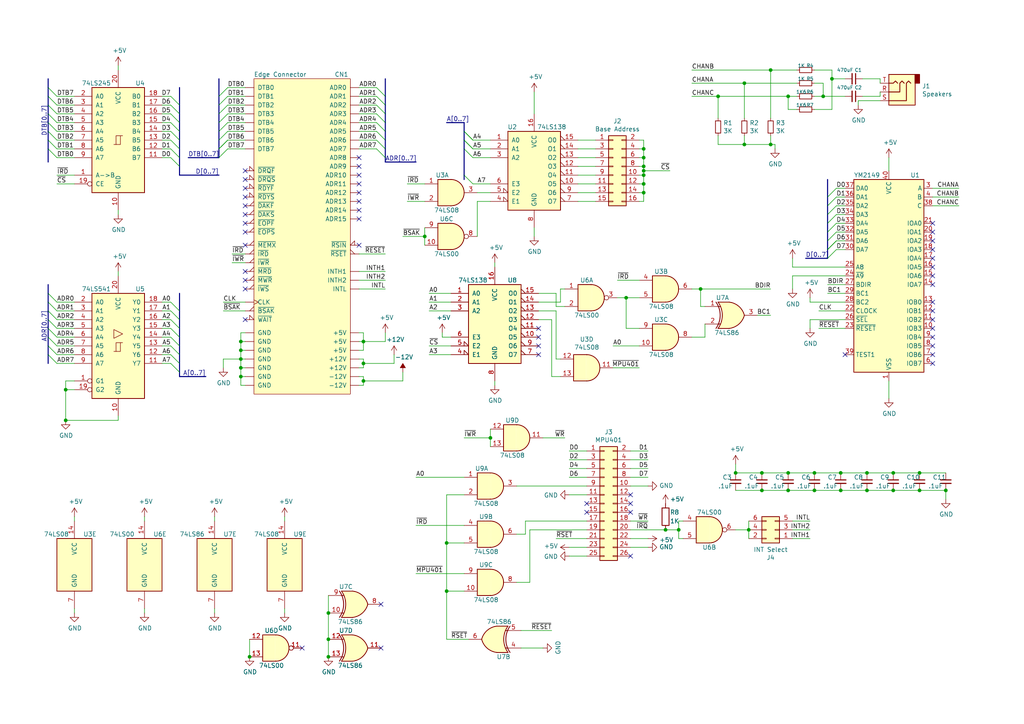
<source format=kicad_sch>
(kicad_sch (version 20211123) (generator eeschema)
  (paper "A4")
  (title_block (title "Epson QX-10 YM2149 Sound Card") (date "2021-03-07") (rev "1.0"))
  (junction (at 220.98 142.24))
  (junction (at 105.41 105.41))
  (junction (at 266.7 137.16))
  (junction (at 208.28 27.94))
  (junction (at 129.54 157.48))
  (junction (at 228.6 137.16))
  (junction (at 223.52 20.32))
  (junction (at 72.39 190.5))
  (junction (at 95.25 185.42))
  (junction (at 238.76 27.94))
  (junction (at 186.69 53.34))
  (junction (at 236.22 142.24))
  (junction (at 241.3 22.86))
  (junction (at 186.69 49.53))
  (junction (at 243.84 137.16))
  (junction (at 236.22 137.16))
  (junction (at 123.19 68.58))
  (junction (at 69.85 101.6))
  (junction (at 220.98 137.16))
  (junction (at 251.46 137.16))
  (junction (at 196.85 153.67))
  (junction (at 223.52 41.91))
  (junction (at 186.69 43.18))
  (junction (at 259.08 137.16))
  (junction (at 105.41 99.06))
  (junction (at 193.04 153.67))
  (junction (at 186.69 55.88))
  (junction (at 251.46 142.24))
  (junction (at 266.7 142.24))
  (junction (at 274.32 142.24))
  (junction (at 19.05 121.92))
  (junction (at 129.54 171.45))
  (junction (at 105.41 110.49))
  (junction (at 228.6 142.24))
  (junction (at 213.36 137.16))
  (junction (at 259.08 142.24))
  (junction (at 215.9 24.13))
  (junction (at 217.17 153.67))
  (junction (at 186.69 45.72))
  (junction (at 228.6 27.94))
  (junction (at 19.05 113.03))
  (junction (at 69.85 104.14))
  (junction (at 69.85 109.22))
  (junction (at 203.2 83.82))
  (junction (at 186.69 48.26))
  (junction (at 215.9 41.91))
  (junction (at 186.69 50.8))
  (junction (at 69.85 106.68))
  (junction (at 95.25 177.8))
  (junction (at 95.25 190.5))
  (junction (at 69.85 99.06))
  (junction (at 142.24 127))
  (junction (at 181.61 86.36))
  (junction (at 243.84 142.24))
  (no_connect (at 104.14 45.72))
  (no_connect (at 270.51 72.39))
  (no_connect (at 104.14 58.42))
  (no_connect (at 156.21 100.33))
  (no_connect (at 182.88 161.29))
  (no_connect (at 270.51 67.31))
  (no_connect (at 104.14 53.34))
  (no_connect (at 270.51 77.47))
  (no_connect (at 71.12 49.53))
  (no_connect (at 182.88 148.59))
  (no_connect (at 87.63 187.96))
  (no_connect (at 71.12 59.69))
  (no_connect (at 270.51 69.85))
  (no_connect (at 270.51 90.17))
  (no_connect (at 270.51 105.41))
  (no_connect (at 71.12 81.28))
  (no_connect (at 71.12 62.23))
  (no_connect (at 71.12 54.61))
  (no_connect (at 110.49 187.96))
  (no_connect (at 270.51 100.33))
  (no_connect (at 104.14 60.96))
  (no_connect (at 110.49 175.26))
  (no_connect (at 71.12 78.74))
  (no_connect (at 104.14 50.8))
  (no_connect (at 182.88 146.05))
  (no_connect (at 270.51 92.71))
  (no_connect (at 71.12 52.07))
  (no_connect (at 156.21 97.79))
  (no_connect (at 270.51 95.25))
  (no_connect (at 71.12 71.12))
  (no_connect (at 156.21 102.87))
  (no_connect (at 270.51 87.63))
  (no_connect (at 270.51 64.77))
  (no_connect (at 71.12 57.15))
  (no_connect (at 104.14 48.26))
  (no_connect (at 170.18 148.59))
  (no_connect (at 104.14 63.5))
  (no_connect (at 270.51 102.87))
  (no_connect (at 104.14 71.12))
  (no_connect (at 104.14 55.88))
  (no_connect (at 245.11 102.87))
  (no_connect (at 71.12 64.77))
  (no_connect (at 170.18 146.05))
  (no_connect (at 71.12 83.82))
  (no_connect (at 270.51 97.79))
  (no_connect (at 71.12 67.31))
  (no_connect (at 71.12 92.71))
  (no_connect (at 270.51 74.93))
  (no_connect (at 156.21 95.25))
  (no_connect (at 270.51 82.55))
  (no_connect (at 182.88 143.51))
  (no_connect (at 270.51 80.01))
  (bus_entry (at 13.97 38.1) (size 2.54 2.54))
  (bus_entry (at 13.97 97.79) (size 2.54 2.54))
  (bus_entry (at 49.53 92.71) (size 2.54 2.54))
  (bus_entry (at 49.53 90.17) (size 2.54 2.54))
  (bus_entry (at 240.03 59.69) (size 2.54 -2.54))
  (bus_entry (at 49.53 27.94) (size 2.54 2.54))
  (bus_entry (at 13.97 90.17) (size 2.54 2.54))
  (bus_entry (at 49.53 33.02) (size 2.54 2.54))
  (bus_entry (at 109.22 38.1) (size 2.54 2.54))
  (bus_entry (at 49.53 35.56) (size 2.54 2.54))
  (bus_entry (at 109.22 35.56) (size 2.54 2.54))
  (bus_entry (at 134.62 38.1) (size 2.54 2.54))
  (bus_entry (at 13.97 27.94) (size 2.54 2.54))
  (bus_entry (at 13.97 95.25) (size 2.54 2.54))
  (bus_entry (at 240.03 72.39) (size 2.54 -2.54))
  (bus_entry (at 240.03 64.77) (size 2.54 -2.54))
  (bus_entry (at 63.5 27.94) (size 2.54 -2.54))
  (bus_entry (at 13.97 100.33) (size 2.54 2.54))
  (bus_entry (at 63.5 35.56) (size 2.54 -2.54))
  (bus_entry (at 49.53 43.18) (size 2.54 2.54))
  (bus_entry (at 49.53 45.72) (size 2.54 2.54))
  (bus_entry (at 63.5 43.18) (size 2.54 -2.54))
  (bus_entry (at 13.97 43.18) (size 2.54 2.54))
  (bus_entry (at 49.53 102.87) (size 2.54 2.54))
  (bus_entry (at 63.5 40.64) (size 2.54 -2.54))
  (bus_entry (at 49.53 30.48) (size 2.54 2.54))
  (bus_entry (at 134.62 43.18) (size 2.54 2.54))
  (bus_entry (at 13.97 40.64) (size 2.54 2.54))
  (bus_entry (at 240.03 67.31) (size 2.54 -2.54))
  (bus_entry (at 63.5 38.1) (size 2.54 -2.54))
  (bus_entry (at 13.97 33.02) (size 2.54 2.54))
  (bus_entry (at 63.5 33.02) (size 2.54 -2.54))
  (bus_entry (at 49.53 100.33) (size 2.54 2.54))
  (bus_entry (at 63.5 30.48) (size 2.54 -2.54))
  (bus_entry (at 240.03 74.93) (size 2.54 -2.54))
  (bus_entry (at 13.97 92.71) (size 2.54 2.54))
  (bus_entry (at 49.53 40.64) (size 2.54 2.54))
  (bus_entry (at 13.97 35.56) (size 2.54 2.54))
  (bus_entry (at 49.53 105.41) (size 2.54 2.54))
  (bus_entry (at 134.62 38.1) (size 2.54 2.54))
  (bus_entry (at 134.62 40.64) (size 2.54 2.54))
  (bus_entry (at 63.5 43.18) (size 2.54 -2.54))
  (bus_entry (at 63.5 45.72) (size 2.54 -2.54))
  (bus_entry (at 49.53 38.1) (size 2.54 2.54))
  (bus_entry (at 240.03 69.85) (size 2.54 -2.54))
  (bus_entry (at 240.03 72.39) (size 2.54 -2.54))
  (bus_entry (at 109.22 43.18) (size 2.54 2.54))
  (bus_entry (at 134.62 40.64) (size 2.54 2.54))
  (bus_entry (at 13.97 30.48) (size 2.54 2.54))
  (bus_entry (at 13.97 102.87) (size 2.54 2.54))
  (bus_entry (at 109.22 30.48) (size 2.54 2.54))
  (bus_entry (at 134.62 50.8) (size 2.54 2.54))
  (bus_entry (at 240.03 62.23) (size 2.54 -2.54))
  (bus_entry (at 109.22 25.4) (size 2.54 2.54))
  (bus_entry (at 109.22 33.02) (size 2.54 2.54))
  (bus_entry (at 13.97 25.4) (size 2.54 2.54))
  (bus_entry (at 49.53 95.25) (size 2.54 2.54))
  (bus_entry (at 49.53 97.79) (size 2.54 2.54))
  (bus_entry (at 109.22 27.94) (size 2.54 2.54))
  (bus_entry (at 109.22 40.64) (size 2.54 2.54))
  (bus_entry (at 240.03 57.15) (size 2.54 -2.54))
  (bus_entry (at 13.97 87.63) (size 2.54 2.54))
  (bus_entry (at 13.97 85.09) (size 2.54 2.54))
  (bus_entry (at 49.53 87.63) (size 2.54 2.54))
  (wire (pts (xy 105.41 109.22) (xy 105.41 110.49)))
  (wire (pts (xy 66.04 35.56) (xy 71.12 35.56)))
  (bus (pts (xy 52.07 105.41) (xy 52.07 107.95)))
  (wire (pts (xy 21.59 95.25) (xy 16.51 95.25)))
  (wire (pts (xy 245.11 54.61) (xy 242.57 54.61)))
  (bus (pts (xy 13.97 92.71) (xy 13.97 95.25)))
  (wire (pts (xy 229.87 153.67) (xy 234.95 153.67)))
  (wire (pts (xy 186.69 45.72) (xy 186.69 48.26)))
  (wire (pts (xy 219.71 91.44) (xy 223.52 91.44)))
  (wire (pts (xy 69.85 109.22) (xy 71.12 109.22)))
  (wire (pts (xy 229.87 156.21) (xy 234.95 156.21)))
  (wire (pts (xy 250.19 22.86) (xy 255.27 22.86)))
  (wire (pts (xy 116.84 110.49) (xy 116.84 107.95)))
  (wire (pts (xy 228.6 31.75) (xy 231.14 31.75)))
  (wire (pts (xy 66.04 38.1) (xy 71.12 38.1)))
  (wire (pts (xy 156.21 90.17) (xy 161.29 90.17)))
  (bus (pts (xy 129.54 35.56) (xy 134.62 35.56)))
  (bus (pts (xy 52.07 95.25) (xy 52.07 97.79)))
  (wire (pts (xy 62.23 177.8) (xy 62.23 176.53)))
  (wire (pts (xy 185.42 48.26) (xy 186.69 48.26)))
  (wire (pts (xy 193.04 153.67) (xy 196.85 153.67)))
  (wire (pts (xy 105.41 110.49) (xy 116.84 110.49)))
  (wire (pts (xy 66.04 27.94) (xy 71.12 27.94)))
  (bus (pts (xy 13.97 87.63) (xy 13.97 90.17)))
  (wire (pts (xy 46.99 45.72) (xy 49.53 45.72)))
  (wire (pts (xy 46.99 38.1) (xy 49.53 38.1)))
  (wire (pts (xy 177.8 106.68) (xy 185.42 106.68)))
  (wire (pts (xy 172.72 48.26) (xy 167.64 48.26)))
  (bus (pts (xy 52.07 107.95) (xy 52.07 109.22)))
  (wire (pts (xy 104.14 78.74) (xy 111.76 78.74)))
  (wire (pts (xy 46.99 92.71) (xy 49.53 92.71)))
  (wire (pts (xy 186.69 55.88) (xy 186.69 58.42)))
  (wire (pts (xy 213.36 137.16) (xy 220.98 137.16)))
  (wire (pts (xy 21.59 105.41) (xy 16.51 105.41)))
  (wire (pts (xy 185.42 45.72) (xy 186.69 45.72)))
  (wire (pts (xy 41.91 177.8) (xy 41.91 176.53)))
  (wire (pts (xy 142.24 127) (xy 142.24 129.54)))
  (wire (pts (xy 129.54 171.45) (xy 129.54 157.48)))
  (wire (pts (xy 105.41 105.41) (xy 105.41 106.68)))
  (wire (pts (xy 156.21 87.63) (xy 162.56 87.63)))
  (bus (pts (xy 134.62 38.1) (xy 134.62 40.64)))
  (bus (pts (xy 111.76 46.99) (xy 120.65 46.99)))
  (wire (pts (xy 95.25 172.72) (xy 95.25 177.8)))
  (wire (pts (xy 242.57 72.39) (xy 245.11 72.39)))
  (wire (pts (xy 241.3 31.75) (xy 236.22 31.75)))
  (wire (pts (xy 224.79 41.91) (xy 224.79 43.18)))
  (bus (pts (xy 52.07 43.18) (xy 52.07 45.72)))
  (wire (pts (xy 82.55 149.86) (xy 82.55 151.13)))
  (wire (pts (xy 162.56 104.14) (xy 161.29 104.14)))
  (wire (pts (xy 234.95 87.63) (xy 245.11 87.63)))
  (wire (pts (xy 69.85 99.06) (xy 69.85 101.6)))
  (bus (pts (xy 134.62 40.64) (xy 134.62 43.18)))
  (bus (pts (xy 13.97 97.79) (xy 13.97 100.33)))
  (wire (pts (xy 185.42 43.18) (xy 186.69 43.18)))
  (wire (pts (xy 242.57 64.77) (xy 245.11 64.77)))
  (wire (pts (xy 270.51 59.69) (xy 278.13 59.69)))
  (wire (pts (xy 130.81 100.33) (xy 124.46 100.33)))
  (wire (pts (xy 46.99 105.41) (xy 49.53 105.41)))
  (bus (pts (xy 111.76 45.72) (xy 111.76 46.99)))
  (wire (pts (xy 105.41 104.14) (xy 105.41 105.41)))
  (wire (pts (xy 248.92 29.21) (xy 248.92 30.48)))
  (bus (pts (xy 134.62 43.18) (xy 134.62 50.8)))
  (wire (pts (xy 71.12 96.52) (xy 69.85 96.52)))
  (wire (pts (xy 19.05 110.49) (xy 21.59 110.49)))
  (bus (pts (xy 240.03 74.93) (xy 233.68 74.93)))
  (wire (pts (xy 72.39 185.42) (xy 72.39 190.5)))
  (bus (pts (xy 13.97 22.86) (xy 13.97 25.4)))
  (wire (pts (xy 245.11 95.25) (xy 237.49 95.25)))
  (wire (pts (xy 215.9 24.13) (xy 231.14 24.13)))
  (wire (pts (xy 182.88 135.89) (xy 187.96 135.89)))
  (wire (pts (xy 152.4 151.13) (xy 170.18 151.13)))
  (bus (pts (xy 52.07 35.56) (xy 52.07 38.1)))
  (bus (pts (xy 111.76 27.94) (xy 111.76 30.48)))
  (wire (pts (xy 69.85 99.06) (xy 71.12 99.06)))
  (bus (pts (xy 240.03 67.31) (xy 240.03 69.85)))
  (wire (pts (xy 200.66 83.82) (xy 203.2 83.82)))
  (wire (pts (xy 156.21 92.71) (xy 160.02 92.71)))
  (wire (pts (xy 95.25 177.8) (xy 95.25 185.42)))
  (wire (pts (xy 69.85 104.14) (xy 71.12 104.14)))
  (wire (pts (xy 223.52 20.32) (xy 200.66 20.32)))
  (wire (pts (xy 142.24 43.18) (xy 137.16 43.18)))
  (bus (pts (xy 52.07 92.71) (xy 52.07 95.25)))
  (wire (pts (xy 215.9 24.13) (xy 200.66 24.13)))
  (wire (pts (xy 251.46 137.16) (xy 259.08 137.16)))
  (wire (pts (xy 19.05 110.49) (xy 19.05 113.03)))
  (wire (pts (xy 236.22 24.13) (xy 238.76 24.13)))
  (wire (pts (xy 69.85 111.76) (xy 71.12 111.76)))
  (wire (pts (xy 270.51 57.15) (xy 278.13 57.15)))
  (wire (pts (xy 46.99 90.17) (xy 49.53 90.17)))
  (wire (pts (xy 34.29 60.96) (xy 34.29 62.23)))
  (wire (pts (xy 143.51 76.2) (xy 143.51 77.47)))
  (wire (pts (xy 104.14 27.94) (xy 109.22 27.94)))
  (wire (pts (xy 116.84 68.58) (xy 123.19 68.58)))
  (wire (pts (xy 154.94 33.02) (xy 154.94 26.67)))
  (bus (pts (xy 52.07 25.4) (xy 52.07 30.48)))
  (wire (pts (xy 229.87 80.01) (xy 229.87 83.82)))
  (bus (pts (xy 52.07 50.8) (xy 63.5 50.8)))
  (bus (pts (xy 52.07 109.22) (xy 59.69 109.22)))
  (wire (pts (xy 208.28 27.94) (xy 200.66 27.94)))
  (wire (pts (xy 170.18 135.89) (xy 165.1 135.89)))
  (bus (pts (xy 111.76 40.64) (xy 111.76 43.18)))
  (wire (pts (xy 104.14 25.4) (xy 109.22 25.4)))
  (wire (pts (xy 236.22 20.32) (xy 241.3 20.32)))
  (wire (pts (xy 104.14 38.1) (xy 109.22 38.1)))
  (wire (pts (xy 71.12 101.6) (xy 69.85 101.6)))
  (wire (pts (xy 208.28 34.29) (xy 208.28 27.94)))
  (bus (pts (xy 52.07 97.79) (xy 52.07 100.33)))
  (wire (pts (xy 186.69 48.26) (xy 186.69 49.53)))
  (wire (pts (xy 242.57 62.23) (xy 245.11 62.23)))
  (wire (pts (xy 104.14 104.14) (xy 105.41 104.14)))
  (wire (pts (xy 161.29 156.21) (xy 170.18 156.21)))
  (wire (pts (xy 245.11 82.55) (xy 240.03 82.55)))
  (wire (pts (xy 182.88 153.67) (xy 193.04 153.67)))
  (wire (pts (xy 123.19 58.42) (xy 118.11 58.42)))
  (bus (pts (xy 240.03 72.39) (xy 240.03 74.93)))
  (wire (pts (xy 198.12 151.13) (xy 196.85 151.13)))
  (wire (pts (xy 245.11 90.17) (xy 237.49 90.17)))
  (wire (pts (xy 130.81 87.63) (xy 124.46 87.63)))
  (wire (pts (xy 21.59 177.8) (xy 21.59 176.53)))
  (bus (pts (xy 63.5 35.56) (xy 63.5 38.1)))
  (wire (pts (xy 259.08 142.24) (xy 266.7 142.24)))
  (bus (pts (xy 52.07 90.17) (xy 52.07 92.71)))
  (wire (pts (xy 143.51 111.76) (xy 143.51 110.49)))
  (wire (pts (xy 234.95 92.71) (xy 234.95 95.25)))
  (wire (pts (xy 203.2 88.9) (xy 203.2 83.82)))
  (wire (pts (xy 179.07 86.36) (xy 181.61 86.36)))
  (wire (pts (xy 128.27 97.79) (xy 128.27 96.52)))
  (wire (pts (xy 185.42 100.33) (xy 177.8 100.33)))
  (wire (pts (xy 142.24 40.64) (xy 137.16 40.64)))
  (wire (pts (xy 123.19 53.34) (xy 118.11 53.34)))
  (wire (pts (xy 138.43 58.42) (xy 138.43 68.58)))
  (wire (pts (xy 172.72 43.18) (xy 167.64 43.18)))
  (wire (pts (xy 64.77 106.68) (xy 64.77 104.14)))
  (bus (pts (xy 52.07 48.26) (xy 52.07 50.8)))
  (wire (pts (xy 142.24 45.72) (xy 137.16 45.72)))
  (wire (pts (xy 21.59 90.17) (xy 16.51 90.17)))
  (wire (pts (xy 21.59 35.56) (xy 16.51 35.56)))
  (wire (pts (xy 161.29 104.14) (xy 161.29 90.17)))
  (wire (pts (xy 213.36 142.24) (xy 220.98 142.24)))
  (bus (pts (xy 13.97 95.25) (xy 13.97 97.79)))
  (wire (pts (xy 129.54 157.48) (xy 134.62 157.48)))
  (wire (pts (xy 71.12 106.68) (xy 69.85 106.68)))
  (wire (pts (xy 270.51 54.61) (xy 278.13 54.61)))
  (wire (pts (xy 46.99 43.18) (xy 49.53 43.18)))
  (wire (pts (xy 46.99 40.64) (xy 49.53 40.64)))
  (wire (pts (xy 129.54 171.45) (xy 129.54 185.42)))
  (wire (pts (xy 69.85 106.68) (xy 69.85 109.22)))
  (bus (pts (xy 63.5 40.64) (xy 63.5 43.18)))
  (wire (pts (xy 104.14 96.52) (xy 105.41 96.52)))
  (wire (pts (xy 62.23 151.13) (xy 62.23 149.86)))
  (wire (pts (xy 182.88 140.97) (xy 187.96 140.97)))
  (wire (pts (xy 105.41 111.76) (xy 104.14 111.76)))
  (wire (pts (xy 208.28 41.91) (xy 215.9 41.91)))
  (bus (pts (xy 111.76 38.1) (xy 111.76 40.64)))
  (wire (pts (xy 241.3 20.32) (xy 241.3 22.86)))
  (wire (pts (xy 130.81 102.87) (xy 124.46 102.87)))
  (wire (pts (xy 152.4 151.13) (xy 152.4 154.94)))
  (wire (pts (xy 229.87 77.47) (xy 245.11 77.47)))
  (wire (pts (xy 66.04 40.64) (xy 71.12 40.64)))
  (bus (pts (xy 134.62 50.8) (xy 134.62 52.07)))
  (wire (pts (xy 228.6 137.16) (xy 220.98 137.16)))
  (bus (pts (xy 13.97 27.94) (xy 13.97 30.48)))
  (wire (pts (xy 217.17 151.13) (xy 217.17 153.67)))
  (wire (pts (xy 182.88 158.75) (xy 187.96 158.75)))
  (bus (pts (xy 52.07 40.64) (xy 52.07 43.18)))
  (bus (pts (xy 111.76 22.86) (xy 111.76 27.94)))
  (wire (pts (xy 123.19 68.58) (xy 123.19 71.12)))
  (bus (pts (xy 52.07 33.02) (xy 52.07 35.56)))
  (wire (pts (xy 172.72 53.34) (xy 167.64 53.34)))
  (bus (pts (xy 13.97 100.33) (xy 13.97 102.87)))
  (bus (pts (xy 63.5 27.94) (xy 63.5 30.48)))
  (wire (pts (xy 182.88 151.13) (xy 187.96 151.13)))
  (wire (pts (xy 266.7 137.16) (xy 274.32 137.16)))
  (wire (pts (xy 41.91 151.13) (xy 41.91 149.86)))
  (wire (pts (xy 104.14 99.06) (xy 105.41 99.06)))
  (wire (pts (xy 196.85 151.13) (xy 196.85 153.67)))
  (bus (pts (xy 63.5 30.48) (xy 63.5 33.02)))
  (wire (pts (xy 21.59 87.63) (xy 16.51 87.63)))
  (wire (pts (xy 66.04 30.48) (xy 71.12 30.48)))
  (wire (pts (xy 170.18 143.51) (xy 165.1 143.51)))
  (wire (pts (xy 105.41 99.06) (xy 105.41 101.6)))
  (wire (pts (xy 274.32 142.24) (xy 274.32 144.78)))
  (wire (pts (xy 236.22 137.16) (xy 243.84 137.16)))
  (wire (pts (xy 181.61 86.36) (xy 185.42 86.36)))
  (wire (pts (xy 130.81 85.09) (xy 124.46 85.09)))
  (wire (pts (xy 228.6 137.16) (xy 236.22 137.16)))
  (wire (pts (xy 228.6 142.24) (xy 236.22 142.24)))
  (wire (pts (xy 46.99 87.63) (xy 49.53 87.63)))
  (wire (pts (xy 46.99 35.56) (xy 49.53 35.56)))
  (wire (pts (xy 243.84 142.24) (xy 251.46 142.24)))
  (bus (pts (xy 13.97 90.17) (xy 13.97 92.71)))
  (wire (pts (xy 186.69 50.8) (xy 186.69 53.34)))
  (wire (pts (xy 34.29 120.65) (xy 34.29 121.92)))
  (bus (pts (xy 63.5 38.1) (xy 63.5 40.64)))
  (wire (pts (xy 104.14 35.56) (xy 109.22 35.56)))
  (wire (pts (xy 186.69 53.34) (xy 186.69 55.88)))
  (wire (pts (xy 66.04 33.02) (xy 71.12 33.02)))
  (wire (pts (xy 21.59 43.18) (xy 16.51 43.18)))
  (wire (pts (xy 120.65 166.37) (xy 134.62 166.37)))
  (wire (pts (xy 21.59 27.94) (xy 16.51 27.94)))
  (wire (pts (xy 182.88 138.43) (xy 187.96 138.43)))
  (wire (pts (xy 123.19 66.04) (xy 123.19 68.58)))
  (bus (pts (xy 111.76 33.02) (xy 111.76 35.56)))
  (wire (pts (xy 223.52 41.91) (xy 223.52 39.37)))
  (wire (pts (xy 69.85 104.14) (xy 64.77 104.14)))
  (bus (pts (xy 63.5 43.18) (xy 63.5 45.72)))
  (wire (pts (xy 170.18 161.29) (xy 165.1 161.29)))
  (wire (pts (xy 134.62 143.51) (xy 129.54 143.51)))
  (bus (pts (xy 52.07 102.87) (xy 52.07 105.41)))
  (wire (pts (xy 130.81 97.79) (xy 128.27 97.79)))
  (wire (pts (xy 241.3 22.86) (xy 241.3 31.75)))
  (wire (pts (xy 229.87 151.13) (xy 234.95 151.13)))
  (bus (pts (xy 13.97 40.64) (xy 13.97 43.18)))
  (wire (pts (xy 160.02 109.22) (xy 162.56 109.22)))
  (wire (pts (xy 21.59 92.71) (xy 16.51 92.71)))
  (wire (pts (xy 208.28 39.37) (xy 208.28 41.91)))
  (wire (pts (xy 21.59 149.86) (xy 21.59 151.13)))
  (wire (pts (xy 186.69 49.53) (xy 186.69 50.8)))
  (wire (pts (xy 71.12 76.2) (xy 67.31 76.2)))
  (bus (pts (xy 13.97 33.02) (xy 13.97 35.56)))
  (wire (pts (xy 46.99 100.33) (xy 49.53 100.33)))
  (wire (pts (xy 46.99 30.48) (xy 49.53 30.48)))
  (wire (pts (xy 105.41 110.49) (xy 105.41 111.76)))
  (wire (pts (xy 46.99 33.02) (xy 49.53 33.02)))
  (wire (pts (xy 21.59 100.33) (xy 16.51 100.33)))
  (wire (pts (xy 111.76 99.06) (xy 111.76 96.52)))
  (wire (pts (xy 234.95 86.36) (xy 234.95 87.63)))
  (wire (pts (xy 21.59 30.48) (xy 16.51 30.48)))
  (wire (pts (xy 242.57 59.69) (xy 245.11 59.69)))
  (wire (pts (xy 204.47 97.79) (xy 200.66 97.79)))
  (wire (pts (xy 161.29 88.9) (xy 161.29 85.09)))
  (wire (pts (xy 156.21 85.09) (xy 161.29 85.09)))
  (wire (pts (xy 105.41 106.68) (xy 104.14 106.68)))
  (bus (pts (xy 240.03 64.77) (xy 240.03 67.31)))
  (wire (pts (xy 69.85 101.6) (xy 69.85 104.14)))
  (wire (pts (xy 208.28 27.94) (xy 228.6 27.94)))
  (wire (pts (xy 66.04 25.4) (xy 71.12 25.4)))
  (wire (pts (xy 163.83 88.9) (xy 161.29 88.9)))
  (wire (pts (xy 167.64 55.88) (xy 172.72 55.88)))
  (wire (pts (xy 236.22 142.24) (xy 243.84 142.24)))
  (wire (pts (xy 154.94 68.58) (xy 154.94 66.04)))
  (wire (pts (xy 21.59 102.87) (xy 16.51 102.87)))
  (wire (pts (xy 185.42 53.34) (xy 186.69 53.34)))
  (wire (pts (xy 186.69 55.88) (xy 185.42 55.88)))
  (wire (pts (xy 105.41 96.52) (xy 105.41 99.06)))
  (wire (pts (xy 167.64 40.64) (xy 172.72 40.64)))
  (wire (pts (xy 71.12 90.17) (xy 64.77 90.17)))
  (wire (pts (xy 255.27 29.21) (xy 248.92 29.21)))
  (wire (pts (xy 149.86 140.97) (xy 170.18 140.97)))
  (bus (pts (xy 240.03 52.07) (xy 240.03 57.15)))
  (wire (pts (xy 95.25 185.42) (xy 95.25 190.5)))
  (wire (pts (xy 71.12 87.63) (xy 64.77 87.63)))
  (wire (pts (xy 257.81 49.53) (xy 257.81 45.72)))
  (wire (pts (xy 104.14 33.02) (xy 109.22 33.02)))
  (wire (pts (xy 182.88 156.21) (xy 187.96 156.21)))
  (wire (pts (xy 242.57 67.31) (xy 245.11 67.31)))
  (bus (pts (xy 134.62 35.56) (xy 134.62 38.1)))
  (wire (pts (xy 82.55 177.8) (xy 82.55 176.53)))
  (wire (pts (xy 105.41 105.41) (xy 114.3 105.41)))
  (wire (pts (xy 46.99 97.79) (xy 49.53 97.79)))
  (wire (pts (xy 170.18 138.43) (xy 165.1 138.43)))
  (wire (pts (xy 142.24 53.34) (xy 137.16 53.34)))
  (bus (pts (xy 52.07 30.48) (xy 52.07 33.02)))
  (wire (pts (xy 220.98 142.24) (xy 228.6 142.24)))
  (wire (pts (xy 186.69 58.42) (xy 185.42 58.42)))
  (wire (pts (xy 104.14 109.22) (xy 105.41 109.22)))
  (wire (pts (xy 215.9 41.91) (xy 223.52 41.91)))
  (wire (pts (xy 142.24 124.46) (xy 142.24 127)))
  (wire (pts (xy 181.61 95.25) (xy 185.42 95.25)))
  (bus (pts (xy 240.03 69.85) (xy 240.03 72.39)))
  (bus (pts (xy 240.03 59.69) (xy 240.03 62.23)))
  (bus (pts (xy 111.76 43.18) (xy 111.76 45.72)))
  (wire (pts (xy 153.67 153.67) (xy 153.67 168.91)))
  (wire (pts (xy 160.02 92.71) (xy 160.02 109.22)))
  (wire (pts (xy 46.99 102.87) (xy 49.53 102.87)))
  (bus (pts (xy 13.97 35.56) (xy 13.97 38.1)))
  (bus (pts (xy 52.07 100.33) (xy 52.07 102.87)))
  (wire (pts (xy 157.48 127) (xy 163.83 127)))
  (wire (pts (xy 245.11 57.15) (xy 242.57 57.15)))
  (wire (pts (xy 104.14 43.18) (xy 109.22 43.18)))
  (wire (pts (xy 104.14 83.82) (xy 111.76 83.82)))
  (wire (pts (xy 114.3 105.41) (xy 114.3 102.87)))
  (bus (pts (xy 52.07 38.1) (xy 52.07 40.64)))
  (wire (pts (xy 157.48 187.96) (xy 151.13 187.96)))
  (bus (pts (xy 13.97 30.48) (xy 13.97 33.02)))
  (wire (pts (xy 170.18 130.81) (xy 165.1 130.81)))
  (wire (pts (xy 69.85 109.22) (xy 69.85 111.76)))
  (wire (pts (xy 223.52 41.91) (xy 224.79 41.91)))
  (wire (pts (xy 196.85 156.21) (xy 198.12 156.21)))
  (wire (pts (xy 170.18 158.75) (xy 165.1 158.75)))
  (wire (pts (xy 228.6 27.94) (xy 231.14 27.94)))
  (wire (pts (xy 104.14 30.48) (xy 109.22 30.48)))
  (wire (pts (xy 181.61 86.36) (xy 181.61 95.25)))
  (wire (pts (xy 162.56 83.82) (xy 163.83 83.82)))
  (wire (pts (xy 104.14 81.28) (xy 111.76 81.28)))
  (wire (pts (xy 186.69 40.64) (xy 186.69 43.18)))
  (wire (pts (xy 204.47 93.98) (xy 204.47 97.79)))
  (wire (pts (xy 21.59 113.03) (xy 19.05 113.03)))
  (wire (pts (xy 151.13 182.88) (xy 160.02 182.88)))
  (wire (pts (xy 105.41 101.6) (xy 104.14 101.6)))
  (wire (pts (xy 186.69 43.18) (xy 186.69 45.72)))
  (wire (pts (xy 182.88 130.81) (xy 187.96 130.81)))
  (wire (pts (xy 153.67 153.67) (xy 170.18 153.67)))
  (wire (pts (xy 215.9 41.91) (xy 215.9 39.37)))
  (wire (pts (xy 142.24 58.42) (xy 138.43 58.42)))
  (wire (pts (xy 162.56 87.63) (xy 162.56 83.82)))
  (bus (pts (xy 111.76 30.48) (xy 111.76 33.02)))
  (wire (pts (xy 255.27 22.86) (xy 255.27 24.13)))
  (wire (pts (xy 203.2 83.82) (xy 223.52 83.82)))
  (wire (pts (xy 215.9 34.29) (xy 215.9 24.13)))
  (wire (pts (xy 69.85 96.52) (xy 69.85 99.06)))
  (wire (pts (xy 223.52 34.29) (xy 223.52 20.32)))
  (bus (pts (xy 52.07 45.72) (xy 52.07 48.26)))
  (bus (pts (xy 54.61 45.72) (xy 63.5 45.72)))
  (wire (pts (xy 172.72 58.42) (xy 167.64 58.42)))
  (wire (pts (xy 228.6 27.94) (xy 228.6 31.75)))
  (wire (pts (xy 167.64 50.8) (xy 172.72 50.8)))
  (wire (pts (xy 21.59 53.34) (xy 16.51 53.34)))
  (wire (pts (xy 21.59 40.64) (xy 16.51 40.64)))
  (wire (pts (xy 46.99 95.25) (xy 49.53 95.25)))
  (wire (pts (xy 34.29 121.92) (xy 19.05 121.92)))
  (wire (pts (xy 245.11 85.09) (xy 240.03 85.09)))
  (wire (pts (xy 104.14 73.66) (xy 111.76 73.66)))
  (wire (pts (xy 170.18 133.35) (xy 165.1 133.35)))
  (bus (pts (xy 13.97 25.4) (xy 13.97 27.94)))
  (wire (pts (xy 120.65 138.43) (xy 134.62 138.43)))
  (wire (pts (xy 242.57 69.85) (xy 245.11 69.85)))
  (wire (pts (xy 245.11 22.86) (xy 241.3 22.86)))
  (wire (pts (xy 257.81 110.49) (xy 257.81 115.57)))
  (wire (pts (xy 19.05 113.03) (xy 19.05 121.92)))
  (bus (pts (xy 13.97 82.55) (xy 13.97 85.09)))
  (wire (pts (xy 217.17 153.67) (xy 217.17 156.21)))
  (wire (pts (xy 185.42 81.28) (xy 179.07 81.28)))
  (wire (pts (xy 34.29 20.32) (xy 34.29 19.05)))
  (wire (pts (xy 135.89 185.42) (xy 129.54 185.42)))
  (bus (pts (xy 240.03 57.15) (xy 240.03 59.69)))
  (bus (pts (xy 13.97 43.18) (xy 13.97 46.99)))
  (wire (pts (xy 104.14 40.64) (xy 109.22 40.64)))
  (wire (pts (xy 134.62 171.45) (xy 129.54 171.45)))
  (wire (pts (xy 213.36 153.67) (xy 217.17 153.67)))
  (wire (pts (xy 152.4 154.94) (xy 149.86 154.94)))
  (bus (pts (xy 111.76 35.56) (xy 111.76 38.1)))
  (wire (pts (xy 185.42 50.8) (xy 186.69 50.8)))
  (wire (pts (xy 245.11 92.71) (xy 234.95 92.71)))
  (bus (pts (xy 13.97 85.09) (xy 13.97 87.63)))
  (wire (pts (xy 238.76 24.13) (xy 238.76 27.94)))
  (wire (pts (xy 21.59 33.02) (xy 16.51 33.02)))
  (wire (pts (xy 21.59 38.1) (xy 16.51 38.1)))
  (wire (pts (xy 34.29 80.01) (xy 34.29 78.74)))
  (wire (pts (xy 66.04 43.18) (xy 71.12 43.18)))
  (wire (pts (xy 245.11 80.01) (xy 229.87 80.01)))
  (wire (pts (xy 21.59 97.79) (xy 16.51 97.79)))
  (wire (pts (xy 138.43 55.88) (xy 142.24 55.88)))
  (wire (pts (xy 167.64 45.72) (xy 172.72 45.72)))
  (wire (pts (xy 250.19 27.94) (xy 255.27 27.94)))
  (wire (pts (xy 251.46 142.24) (xy 259.08 142.24)))
  (wire (pts (xy 196.85 153.67) (xy 196.85 156.21)))
  (bus (pts (xy 52.07 85.09) (xy 52.07 90.17)))
  (bus (pts (xy 13.97 38.1) (xy 13.97 40.64)))
  (bus (pts (xy 240.03 62.23) (xy 240.03 64.77)))
  (wire (pts (xy 105.41 99.06) (xy 111.76 99.06)))
  (wire (pts (xy 120.65 152.4) (xy 134.62 152.4)))
  (wire (pts (xy 243.84 137.16) (xy 251.46 137.16)))
  (bus (pts (xy 63.5 22.86) (xy 63.5 27.94)))
  (wire (pts (xy 204.47 88.9) (xy 203.2 88.9)))
  (wire (pts (xy 21.59 45.72) (xy 16.51 45.72)))
  (wire (pts (xy 238.76 27.94) (xy 245.11 27.94)))
  (wire (pts (xy 46.99 27.94) (xy 49.53 27.94)))
  (wire (pts (xy 69.85 104.14) (xy 69.85 106.68)))
  (wire (pts (xy 21.59 50.8) (xy 16.51 50.8)))
  (wire (pts (xy 255.27 27.94) (xy 255.27 26.67)))
  (wire (pts (xy 274.32 142.24) (xy 266.7 142.24)))
  (wire (pts (xy 130.81 90.17) (xy 124.46 90.17)))
  (wire (pts (xy 186.69 49.53) (xy 194.31 49.53)))
  (bus (pts (xy 63.5 33.02) (xy 63.5 35.56)))
  (bus (pts (xy 13.97 102.87) (xy 13.97 105.41)))
  (wire (pts (xy 71.12 73.66) (xy 67.31 73.66)))
  (wire (pts (xy 238.76 27.94) (xy 236.22 27.94)))
  (wire (pts (xy 134.62 127) (xy 142.24 127)))
  (wire (pts (xy 185.42 40.64) (xy 186.69 40.64)))
  (wire (pts (xy 259.08 137.16) (xy 266.7 137.16)))
  (wire (pts (xy 229.87 77.47) (xy 229.87 74.93)))
  (wire (pts (xy 213.36 137.16) (xy 213.36 134.62)))
  (wire (pts (xy 223.52 20.32) (xy 231.14 20.32)))
  (wire (pts (xy 129.54 143.51) (xy 129.54 157.48)))
  (wire (pts (xy 182.88 133.35) (xy 187.96 133.35)))
  (wire (pts (xy 153.67 168.91) (xy 149.86 168.91)))
  (label "~{WR}" (at 163.83 127 180))
  (label "D6" (at 165.1 138.43 0))
  (label "D0" (at 242.57 54.61 0))
  (label "~{IWR}" (at 134.62 127 0))
  (label "A2" (at 49.53 92.71 180))
  (label "A1" (at 124.46 87.63 0))
  (label "DTB3" (at 16.51 38.1 0))
  (label "A0" (at 124.46 85.09 0))
  (label "~{WR}" (at 187.96 151.13 180))
  (label "ADR5" (at 109.22 38.1 180))
  (label "BC1" (at 223.52 91.44 180))
  (label "DTB3" (at 66.04 33.02 0))
  (label "~{IWR}" (at 67.31 76.2 0))
  (label "INTH2" (at 234.95 153.67 180))
  (label "ADR[0..7]" (at 13.97 99.06 90))
  (label "D4" (at 165.1 135.89 0))
  (label "ADR3" (at 16.51 95.25 0))
  (label "D[0..7]" (at 63.5 50.8 180))
  (label "INTL" (at 111.76 83.82 180))
  (label "BDIR" (at 240.03 82.55 0))
  (label "~{IRD}" (at 179.07 81.28 0))
  (label "~{IWR}" (at 118.11 58.42 0))
  (label "CLK" (at 237.49 90.17 0))
  (label "D0" (at 165.1 130.81 0))
  (label "~{IRD}" (at 120.65 152.4 0))
  (label "INTH2" (at 111.76 81.28 180))
  (label "D4" (at 49.53 35.56 180))
  (label "D2" (at 49.53 40.64 180))
  (label "DTB2" (at 66.04 30.48 0))
  (label "D3" (at 187.96 133.35 180))
  (label "D5" (at 49.53 33.02 180))
  (label "A7" (at 49.53 105.41 180))
  (label "A[0..7]" (at 59.69 109.22 180))
  (label "D6" (at 242.57 69.85 0))
  (label "DTB6" (at 66.04 40.64 0))
  (label "DTB6" (at 16.51 30.48 0))
  (label "CHANC" (at 200.66 27.94 0))
  (label "CHANB" (at 200.66 20.32 0))
  (label "A5" (at 49.53 100.33 180))
  (label "A3" (at 49.53 95.25 180))
  (label "DTB7" (at 16.51 27.94 0))
  (label "DTB1" (at 16.51 43.18 0))
  (label "D2" (at 242.57 59.69 0))
  (label "A4" (at 137.16 40.64 0))
  (label "DTB5" (at 66.04 38.1 0))
  (label "ADR1" (at 109.22 27.94 180))
  (label "~{MPU401}" (at 185.42 106.68 180))
  (label "ADR6" (at 16.51 102.87 0))
  (label "D0" (at 49.53 45.72 180))
  (label "A5" (at 137.16 43.18 0))
  (label "A7" (at 138.43 53.34 0))
  (label "ADR1" (at 16.51 90.17 0))
  (label "A6" (at 137.16 45.72 0))
  (label "DTB0" (at 66.04 25.4 0))
  (label "A0" (at 49.53 87.63 180))
  (label "~{CS}" (at 194.31 49.53 180))
  (label "ADR0" (at 109.22 25.4 180))
  (label "A3" (at 124.46 102.87 0))
  (label "DTB5" (at 16.51 33.02 0))
  (label "INTH1" (at 111.76 78.74 180))
  (label "DTB1" (at 66.04 27.94 0))
  (label "D4" (at 242.57 64.77 0))
  (label "~{BSAK}" (at 64.77 90.17 0))
  (label "D1" (at 49.53 43.18 180))
  (label "D1" (at 242.57 57.15 0))
  (label "D7" (at 242.57 72.39 0))
  (label "DTB4" (at 66.04 35.56 0))
  (label "A0" (at 177.8 100.33 0))
  (label "INTH1" (at 234.95 156.21 180))
  (label "~{RSET}" (at 161.29 156.21 0))
  (label "~{IRD}" (at 118.11 53.34 0))
  (label "~{CS}" (at 16.51 53.34 0))
  (label "D1" (at 187.96 130.81 180))
  (label "BC1" (at 240.03 85.09 0))
  (label "ADR5" (at 16.51 100.33 0))
  (label "~{IRQ}" (at 187.96 153.67 180))
  (label "ADR2" (at 16.51 92.71 0))
  (label "A[0..7]" (at 129.54 35.56 0))
  (label "~{CS}" (at 124.46 100.33 0))
  (label "~{BSAK}" (at 116.84 68.58 0))
  (label "A2" (at 124.46 90.17 0))
  (label "ADR2" (at 109.22 30.48 180))
  (label "D7" (at 49.53 27.94 180))
  (label "CLK" (at 64.77 87.63 0))
  (label "~{MPU401}" (at 120.65 166.37 0))
  (label "~{RESET}" (at 111.76 73.66 180))
  (label "DTB[0..7]" (at 54.61 45.72 0))
  (label "ADR3" (at 109.22 33.02 180))
  (label "D5" (at 242.57 67.31 0))
  (label "CHANC" (at 278.13 59.69 180))
  (label "ADR[0..7]" (at 111.76 46.99 0))
  (label "ADR4" (at 109.22 35.56 180))
  (label "CHANA" (at 278.13 54.61 180))
  (label "ADR0" (at 16.51 87.63 0))
  (label "~{RESET}" (at 160.02 182.88 180))
  (label "D2" (at 165.1 133.35 0))
  (label "DTB[0..7]" (at 13.97 39.37 90))
  (label "A6" (at 49.53 102.87 180))
  (label "BDIR" (at 223.52 83.82 180))
  (label "D5" (at 187.96 135.89 180))
  (label "A4" (at 49.53 97.79 180))
  (label "~{IRD}" (at 67.31 73.66 0))
  (label "DTB4" (at 16.51 35.56 0))
  (label "ADR4" (at 16.51 97.79 0))
  (label "ADR7" (at 109.22 43.18 180))
  (label "D7" (at 187.96 138.43 180))
  (label "ADR7" (at 16.51 105.41 0))
  (label "~{RSET}" (at 130.81 185.42 0))
  (label "D3" (at 242.57 62.23 0))
  (label "~{RESET}" (at 237.49 95.25 0))
  (label "DTB0" (at 16.51 45.72 0))
  (label "D[0..7]" (at 233.68 74.93 0))
  (label "A1" (at 49.53 90.17 180))
  (label "DTB2" (at 16.51 40.64 0))
  (label "~{IRD}" (at 16.51 50.8 0))
  (label "ADR6" (at 109.22 40.64 180))
  (label "CHANA" (at 200.66 24.13 0))
  (label "D6" (at 49.53 30.48 180))
  (label "CHANB" (at 278.13 57.15 180))
  (label "D3" (at 49.53 38.1 180))
  (label "A0" (at 120.65 138.43 0))
  (label "INTL" (at 234.95 151.13 180))
  (label "DTB7" (at 66.04 43.18 0))
  (symbol (lib_id "QX10:QX10_Bus") (at 82.55 17.78 0) (unit 1)
    (property "Reference" "CN1" (at 99.06 21.59 0))
    (property "Value" "Edge Connector" (at 81.28 21.59 0))
    (property "Footprint" "qx-10:BUS_QX10" (effects hide))
  )
  (symbol (lib_id "QX10:YM2149") (at 257.81 80.01 0) (unit 1)
    (property "Reference" "U1" (at 265.43 50.8 0))
    (property "Value" "YM2149" (at 251.46 50.8 0))
    (property "Footprint" "Package_DIP:DIP-40_W15.24mm_Socket_LongPads" (effects hide))
    (property "Datasheet" "http://www.ym2149.com/ym2149.pdf" (effects hide))
    (property "Mouser" "575-1104764041001000" (effects hide))
    (property "PartNo" "110-47-640-41-001000" (effects hide))
  )
  (symbol (lib_id "Connector:AudioJack3") (at 260.35 26.67 180) (unit 1)
    (property "Reference" "J1" (at 267.4366 24.9682 0) (effects (justify right)))
    (property "Value" "Speakers" (at 267.4366 27.2796 0) (effects (justify right)))
    (property "Footprint" "Connector_Audio:Jack_3.5mm_CUI_SJ1-3533NG_Horizontal" (effects hide))
    (property "Datasheet" "https://www.mouser.com/datasheet/2/670/sj1_353xng-1778850.pdf" (effects hide))
    (property "Mouser" "490-SJ1-3533NG" (effects hide))
    (property "PartNo" "SJ1-3533NG" (effects hide))
  )
  (symbol (lib_id "power:GND") (at 248.92 30.48 0) (unit 1)
    (property "Reference" "#PWR0101" (effects hide))
    (property "Value" "GND" (at 249.047 34.8742 0))
  )
  (symbol (lib_id "74xx:74LS138") (at 154.94 48.26 0) (unit 1)
    (property "Reference" "U2" (at 148.59 36.83 0))
    (property "Value" "74LS138" (at 160.02 36.83 0))
    (property "Footprint" "Package_DIP:DIP-16_W7.62mm_LongPads" (effects hide))
    (property "Datasheet" "http://www.ti.com/lit/gpn/sn74LS138" (effects hide))
    (property "Mouser" "595-SN74LS138N" (effects hide))
    (property "PartNo" "SN74LS138N" (effects hide))
  )
  (symbol (lib_id "74xx:74LS08") (at 130.81 55.88 0) (unit 1)
    (property "Reference" "U3" (at 128.27 50.8 0))
    (property "Value" "74LS08" (at 129.54 60.96 0))
    (property "Footprint" "Package_DIP:DIP-14_W7.62mm_LongPads" (effects hide))
    (property "Datasheet" "http://www.ti.com/lit/gpn/sn74LS08" (effects hide))
    (property "Mouser" "595-SN74LS08N" (effects hide))
    (property "PartNo" "SN74LS08N" (effects hide))
  )
  (symbol (lib_id "power:GND") (at 154.94 68.58 0) (unit 1)
    (property "Reference" "#PWR0103" (effects hide))
    (property "Value" "GND" (at 155.067 72.9742 0))
  )
  (symbol (lib_id "Connector_Generic:Conn_02x08_Odd_Even") (at 177.8 48.26 0) (unit 1)
    (property "Reference" "J2" (at 179.07 35.1282 0))
    (property "Value" "Base Address" (at 179.07 37.4396 0))
    (property "Footprint" "Connector_PinHeader_2.54mm:PinHeader_2x08_P2.54mm_Vertical" (effects hide))
    (property "Mouser" "649-77313-418-16LF" (effects hide))
    (property "PartNo" "77313-418-16LF" (effects hide))
  )
  (symbol (lib_id "power:+5V") (at 154.94 26.67 0) (unit 1)
    (property "Reference" "#PWR0104" (effects hide))
    (property "Value" "+5V" (at 155.321 22.2758 0))
  )
  (symbol (lib_id "power:+5V") (at 111.76 96.52 0) (unit 1)
    (property "Reference" "#PWR0105" (effects hide))
    (property "Value" "+5V" (at 112.141 92.1258 0))
  )
  (symbol (lib_id "power:GND") (at 64.77 106.68 0) (unit 1)
    (property "Reference" "#PWR0106" (effects hide))
    (property "Value" "GND" (at 64.897 111.0742 0))
  )
  (symbol (lib_id "power:+12V") (at 114.3 102.87 0) (unit 1)
    (property "Reference" "#PWR0107" (effects hide))
    (property "Value" "+12V" (at 114.681 98.4758 0))
  )
  (symbol (lib_id "power:-12V") (at 116.84 107.95 0) (unit 1)
    (property "Reference" "#PWR0108" (effects hide))
    (property "Value" "-12V" (at 117.221 103.5558 0))
  )
  (symbol (lib_id "power:+5V") (at 257.81 45.72 0) (unit 1)
    (property "Reference" "#PWR0109" (effects hide))
    (property "Value" "+5V" (at 258.191 41.3258 0))
  )
  (symbol (lib_id "power:GND") (at 257.81 115.57 0) (unit 1)
    (property "Reference" "#PWR0110" (effects hide))
    (property "Value" "GND" (at 257.937 119.9642 0))
  )
  (symbol (lib_id "power:GND") (at 234.95 95.25 0) (unit 1)
    (property "Reference" "#PWR0111" (effects hide))
    (property "Value" "GND" (at 235.077 99.6442 0))
  )
  (symbol (lib_id "74xx:74LS245") (at 34.29 40.64 0) (unit 1)
    (property "Reference" "U4" (at 40.64 24.13 0))
    (property "Value" "74LS245" (at 27.94 24.13 0))
    (property "Footprint" "Package_DIP:DIP-20_W7.62mm_LongPads" (effects hide))
    (property "Datasheet" "http://www.ti.com/lit/gpn/sn74LS245" (effects hide))
    (property "Mouser" "595-SN74LS245N" (effects hide))
    (property "PartNo" "SN74LS245N" (effects hide))
  )
  (symbol (lib_id "power:+5V") (at 229.87 74.93 0) (unit 1)
    (property "Reference" "#PWR0112" (effects hide))
    (property "Value" "+5V" (at 230.251 70.5358 0))
  )
  (symbol (lib_id "power:GND") (at 229.87 83.82 0) (unit 1)
    (property "Reference" "#PWR0113" (effects hide))
    (property "Value" "GND" (at 229.997 88.2142 0))
  )
  (symbol (lib_id "power:GND") (at 34.29 62.23 0) (unit 1)
    (property "Reference" "#PWR0114" (effects hide))
    (property "Value" "GND" (at 34.417 66.6242 0))
  )
  (symbol (lib_id "power:+5V") (at 34.29 19.05 0) (unit 1)
    (property "Reference" "#PWR0115" (effects hide))
    (property "Value" "+5V" (at 34.671 14.6558 0))
  )
  (symbol (lib_id "Device:R_Small") (at 208.28 36.83 0) (unit 1)
    (property "Reference" "R1" (at 209.7786 35.6616 0) (effects (justify left)))
    (property "Value" "3K" (at 209.7786 37.973 0) (effects (justify left)))
    (property "Footprint" "Resistor_THT:R_Axial_DIN0207_L6.3mm_D2.5mm_P10.16mm_Horizontal" (effects hide))
    (property "Mouser" "603-MFR-25FRF52-3K" (effects hide))
    (property "PartNo" "MFR-25FRF52-3K" (effects hide))
  )
  (symbol (lib_id "Device:R_Small") (at 215.9 36.83 0) (unit 1)
    (property "Reference" "R2" (at 217.3986 35.6616 0) (effects (justify left)))
    (property "Value" "3K" (at 217.3986 37.973 0) (effects (justify left)))
    (property "Footprint" "Resistor_THT:R_Axial_DIN0207_L6.3mm_D2.5mm_P10.16mm_Horizontal" (effects hide))
    (property "Mouser" "603-MFR-25FRF52-3K" (effects hide))
    (property "PartNo" "MFR-25FRF52-3K" (effects hide))
  )
  (symbol (lib_id "Device:R_Small") (at 223.52 36.83 0) (unit 1)
    (property "Reference" "R3" (at 225.0186 35.6616 0) (effects (justify left)))
    (property "Value" "3K" (at 225.0186 37.973 0) (effects (justify left)))
    (property "Footprint" "Resistor_THT:R_Axial_DIN0207_L6.3mm_D2.5mm_P10.16mm_Horizontal" (effects hide))
    (property "Mouser" "603-MFR-25FRF52-3K" (effects hide))
    (property "PartNo" "MFR-25FRF52-3K" (effects hide))
  )
  (symbol (lib_id "power:GND") (at 224.79 43.18 0) (unit 1)
    (property "Reference" "#PWR0116" (effects hide))
    (property "Value" "GND" (at 224.917 47.5742 0))
  )
  (symbol (lib_id "Device:R_Small") (at 233.68 20.32 270) (unit 1)
    (property "Reference" "R4" (at 234.95 19.05 90) (effects (font (size 0.9906 0.9906))))
    (property "Value" "1K" (at 232.41 19.05 90) (effects (font (size 0.9906 0.9906))))
    (property "Footprint" "Resistor_THT:R_Axial_DIN0207_L6.3mm_D2.5mm_P10.16mm_Horizontal" (effects hide))
    (property "Mouser" "603-MFR-25FRE52-1K" (effects hide))
    (property "PartNo" "MFR-25FRE52-1K" (effects hide))
  )
  (symbol (lib_id "Device:R_Small") (at 233.68 24.13 270) (unit 1)
    (property "Reference" "R5" (at 234.95 22.86 90) (effects (font (size 0.9906 0.9906))))
    (property "Value" "1K" (at 232.41 22.86 90) (effects (font (size 0.9906 0.9906))))
    (property "Footprint" "Resistor_THT:R_Axial_DIN0207_L6.3mm_D2.5mm_P10.16mm_Horizontal" (effects hide))
    (property "Mouser" "603-MFR-25FRE52-1K" (effects hide))
    (property "PartNo" "MFR-25FRE52-1K" (effects hide))
  )
  (symbol (lib_id "Device:R_Small") (at 233.68 27.94 270) (unit 1)
    (property "Reference" "R6" (at 234.95 26.67 90) (effects (font (size 0.9906 0.9906))))
    (property "Value" "1K6" (at 232.41 26.67 90) (effects (font (size 0.9906 0.9906))))
    (property "Footprint" "Resistor_THT:R_Axial_DIN0207_L6.3mm_D2.5mm_P10.16mm_Horizontal" (effects hide))
    (property "Mouser" "603-MFR-25FRF52-1K6" (effects hide))
    (property "PartNo" "MFR-25FRF52-1K6" (effects hide))
  )
  (symbol (lib_id "Device:R_Small") (at 233.68 31.75 270) (unit 1)
    (property "Reference" "R7" (at 234.95 30.48 90) (effects (font (size 0.9906 0.9906))))
    (property "Value" "1K6" (at 232.41 30.48 90) (effects (font (size 0.9906 0.9906))))
    (property "Footprint" "Resistor_THT:R_Axial_DIN0207_L6.3mm_D2.5mm_P10.16mm_Horizontal" (effects hide))
    (property "Mouser" "603-MFR-25FRF52-1K6" (effects hide))
    (property "PartNo" "MFR-25FRF52-1K6" (effects hide))
  )
  (symbol (lib_id "Device:C_Small") (at 247.65 22.86 270) (unit 1)
    (property "Reference" "C1" (at 248.92 20.32 90) (effects (font (size 0.9906 0.9906))))
    (property "Value" "470uF" (at 245.11 20.32 90) (effects (font (size 0.9906 0.9906))))
    (property "Footprint" "Capacitor_THT:CP_Radial_D8.0mm_P3.50mm" (effects hide))
    (property "Datasheet" "https://media.digikey.com/pdf/Data%20Sheets/Panasonic%20Electronic%20Components/ECA-xxM%20Series,TypeA.pdf" (effects hide))
    (property "Digi-Key" "P5141-ND" (effects hide))
    (property "PartNo" "ECA-1CM471" (effects hide))
    (property "Mouser" "667-ECA-1CM471" (effects hide))
  )
  (symbol (lib_id "Device:C_Small") (at 247.65 27.94 270) (unit 1)
    (property "Reference" "C2" (at 248.92 25.4 90) (effects (font (size 0.9906 0.9906))))
    (property "Value" "470uF" (at 245.11 25.4 90) (effects (font (size 0.9906 0.9906))))
    (property "Footprint" "Capacitor_THT:CP_Radial_D8.0mm_P3.50mm" (effects hide))
    (property "Datasheet" "https://media.digikey.com/pdf/Data%20Sheets/Panasonic%20Electronic%20Components/ECA-xxM%20Series,TypeA.pdf" (effects hide))
    (property "Digi-Key" "P5141-ND" (effects hide))
    (property "PartNo" "ECA-1CM471" (effects hide))
    (property "Mouser" "667-ECA-1CM471" (effects hide))
  )
  (symbol (lib_id "74xx:74LS541") (at 34.29 100.33 0) (unit 1)
    (property "Reference" "U5" (at 40.64 83.82 0))
    (property "Value" "74LS541" (at 27.94 83.82 0))
    (property "Footprint" "Package_DIP:DIP-20_W7.62mm_LongPads" (effects hide))
    (property "Datasheet" "http://www.ti.com/lit/gpn/sn74LS541" (effects hide))
    (property "Mouser" "595-SN74LS541N" (effects hide))
    (property "PartNo" "SN74LS541N" (effects hide))
  )
  (symbol (lib_id "power:GND") (at 19.05 121.92 0) (unit 1)
    (property "Reference" "#PWR0117" (effects hide))
    (property "Value" "GND" (at 19.177 126.3142 0))
  )
  (symbol (lib_id "power:+5V") (at 34.29 78.74 0) (unit 1)
    (property "Reference" "#PWR0118" (effects hide))
    (property "Value" "+5V" (at 34.671 74.3458 0))
  )
  (symbol (lib_id "power:+5V") (at 234.95 86.36 0) (unit 1)
    (property "Reference" "#PWR0119" (effects hide))
    (property "Value" "+5V" (at 235.331 81.9658 0))
  )
  (symbol (lib_id "74xx:74LS08") (at 193.04 83.82 0) (unit 2)
    (property "Reference" "U3" (at 191.77 78.74 0))
    (property "Value" "74LS08" (at 191.77 88.9 0))
    (property "Footprint" "Package_DIP:DIP-14_W7.62mm_LongPads" (effects hide))
    (property "Datasheet" "http://www.ti.com/lit/gpn/sn74LS08" (effects hide))
    (property "Mouser" "595-SN74LS08N" (effects hide))
    (property "PartNo" "SN74LS08N" (effects hide))
  )
  (symbol (lib_id "74xx:74LS08") (at 193.04 97.79 0) (unit 3)
    (property "Reference" "U3" (at 191.77 92.71 0))
    (property "Value" "74LS08" (at 191.77 102.87 0))
    (property "Footprint" "Package_DIP:DIP-14_W7.62mm_LongPads" (effects hide))
    (property "Datasheet" "http://www.ti.com/lit/gpn/sn74LS08" (effects hide))
    (property "Mouser" "595-SN74LS08N" (effects hide))
    (property "PartNo" "SN74LS08N" (effects hide))
  )
  (symbol (lib_id "74xx:74LS86") (at 212.09 91.44 0) (unit 1)
    (property "Reference" "U7" (at 209.55 86.36 0))
    (property "Value" "74LS86" (at 210.82 96.52 0))
    (property "Footprint" "Package_DIP:DIP-14_W7.62mm_LongPads" (effects hide))
    (property "Datasheet" "74xx/74ls86.pdf" (effects hide))
    (property "Mouser" "595-SN74LS86AN" (effects hide))
    (property "PartNo" "SN74LS86AN" (effects hide))
  )
  (symbol (lib_id "74xx:74LS138") (at 143.51 92.71 0) (unit 1)
    (property "Reference" "U8" (at 148.59 81.28 0))
    (property "Value" "74LS138" (at 137.16 81.28 0))
    (property "Footprint" "Package_DIP:DIP-16_W7.62mm_LongPads" (effects hide))
    (property "Datasheet" "http://www.ti.com/lit/gpn/sn74LS138" (effects hide))
    (property "Mouser" "595-SN74LS138N" (effects hide))
    (property "PartNo" "SN74LS138N" (effects hide))
  )
  (symbol (lib_id "power:+5V") (at 143.51 76.2 0) (unit 1)
    (property "Reference" "#PWR0120" (effects hide))
    (property "Value" "+5V" (at 143.891 71.8058 0))
  )
  (symbol (lib_id "power:GND") (at 143.51 111.76 0) (unit 1)
    (property "Reference" "#PWR0121" (effects hide))
    (property "Value" "GND" (at 143.637 116.1542 0))
  )
  (symbol (lib_id "74xx:74LS00") (at 171.45 86.36 0) (unit 1)
    (property "Reference" "U6" (at 170.18 81.28 0))
    (property "Value" "74LS00" (at 170.18 91.44 0))
    (property "Footprint" "Package_DIP:DIP-14_W7.62mm_LongPads" (effects hide))
    (property "Datasheet" "http://www.ti.com/lit/gpn/sn74ls00" (effects hide))
    (property "Mouser" "595-SN74LS00N" (effects hide))
    (property "PartNo" "SN74LS00N" (effects hide))
  )
  (symbol (lib_id "power:+5V") (at 128.27 96.52 0) (unit 1)
    (property "Reference" "#PWR0122" (effects hide))
    (property "Value" "+5V" (at 128.651 92.1258 0))
  )
  (symbol (lib_id "74xx:74LS08") (at 170.18 106.68 0) (unit 4)
    (property "Reference" "U3" (at 170.18 98.425 0))
    (property "Value" "74LS08" (at 170.18 100.7364 0))
    (property "Footprint" "Package_DIP:DIP-14_W7.62mm_LongPads" (effects hide))
    (property "Datasheet" "http://www.ti.com/lit/gpn/sn74LS08" (effects hide))
    (property "Mouser" "595-SN74LS08N" (effects hide))
    (property "PartNo" "SN74LS08N" (effects hide))
  )
  (symbol (lib_id "74xx:74LS08") (at 21.59 163.83 0) (unit 5)
    (property "Reference" "U3" (at 24.13 154.94 0) (effects (justify left)))
    (property "Value" "74LS08" (at 12.7 154.94 0) (effects (justify left)))
    (property "Footprint" "Package_DIP:DIP-14_W7.62mm_LongPads" (effects hide))
    (property "Datasheet" "http://www.ti.com/lit/gpn/sn74LS08" (effects hide))
    (property "Mouser" "595-SN74LS08N" (effects hide))
    (property "PartNo" "SN74LS08N" (effects hide))
  )
  (symbol (lib_id "74xx:74LS00") (at 205.74 153.67 0) (unit 2)
    (property "Reference" "U6" (at 205.74 158.75 0))
    (property "Value" "74LS00" (at 205.74 148.59 0))
    (property "Footprint" "Package_DIP:DIP-14_W7.62mm_LongPads" (effects hide))
    (property "Datasheet" "http://www.ti.com/lit/gpn/sn74ls00" (effects hide))
    (property "Mouser" "595-SN74LS00N" (effects hide))
    (property "PartNo" "SN74LS00N" (effects hide))
  )
  (symbol (lib_id "74xx:74LS00") (at 130.81 68.58 0) (unit 3)
    (property "Reference" "U6" (at 129.54 63.5 0))
    (property "Value" "74LS00" (at 129.54 73.66 0))
    (property "Footprint" "Package_DIP:DIP-14_W7.62mm_LongPads" (effects hide))
    (property "Datasheet" "http://www.ti.com/lit/gpn/sn74ls00" (effects hide))
    (property "Mouser" "595-SN74LS00N" (effects hide))
    (property "PartNo" "SN74LS00N" (effects hide))
  )
  (symbol (lib_id "74xx:74LS00") (at 80.01 187.96 0) (unit 4)
    (property "Reference" "U6" (at 78.74 182.88 0))
    (property "Value" "74LS00" (at 78.74 193.04 0))
    (property "Footprint" "Package_DIP:DIP-14_W7.62mm_LongPads" (effects hide))
    (property "Datasheet" "http://www.ti.com/lit/gpn/sn74ls00" (effects hide))
    (property "Mouser" "595-SN74LS00N" (effects hide))
    (property "PartNo" "SN74LS00N" (effects hide))
  )
  (symbol (lib_id "74xx:74LS00") (at 41.91 163.83 0) (unit 5)
    (property "Reference" "U6" (at 44.45 154.94 0) (effects (justify left)))
    (property "Value" "74LS00" (at 31.75 154.94 0) (effects (justify left)))
    (property "Footprint" "Package_DIP:DIP-14_W7.62mm_LongPads" (effects hide))
    (property "Datasheet" "http://www.ti.com/lit/gpn/sn74ls00" (effects hide))
    (property "Mouser" "595-SN74LS00N" (effects hide))
    (property "PartNo" "SN74LS00N" (effects hide))
  )
  (symbol (lib_id "power:+5V") (at 41.91 149.86 0) (unit 1)
    (property "Reference" "#PWR0123" (effects hide))
    (property "Value" "+5V" (at 42.291 145.4658 0))
  )
  (symbol (lib_id "power:GND") (at 41.91 177.8 0) (unit 1)
    (property "Reference" "#PWR0124" (effects hide))
    (property "Value" "GND" (at 42.037 182.1942 0))
  )
  (symbol (lib_id "power:GND") (at 21.59 177.8 0) (unit 1)
    (property "Reference" "#PWR0125" (effects hide))
    (property "Value" "GND" (at 21.717 182.1942 0))
  )
  (symbol (lib_id "power:+5V") (at 21.59 149.86 0) (unit 1)
    (property "Reference" "#PWR0126" (effects hide))
    (property "Value" "+5V" (at 21.971 145.4658 0))
  )
  (symbol (lib_id "power:GND") (at 72.39 190.5 0) (unit 1)
    (property "Reference" "#PWR0127" (effects hide))
    (property "Value" "GND" (at 72.517 194.8942 0))
  )
  (symbol (lib_id "74xx:74LS86") (at 143.51 185.42 180) (unit 2)
    (property "Reference" "U7" (at 146.05 190.5 0))
    (property "Value" "74LS86" (at 144.78 180.34 0))
    (property "Footprint" "Package_DIP:DIP-14_W7.62mm_LongPads" (effects hide))
    (property "Datasheet" "74xx/74ls86.pdf" (effects hide))
    (property "Mouser" "595-SN74LS86AN" (effects hide))
    (property "PartNo" "SN74LS86AN" (effects hide))
  )
  (symbol (lib_id "74xx:74LS86") (at 102.87 175.26 0) (unit 3)
    (property "Reference" "U7" (at 100.33 170.18 0))
    (property "Value" "74LS86" (at 101.6 180.34 0))
    (property "Footprint" "Package_DIP:DIP-14_W7.62mm_LongPads" (effects hide))
    (property "Datasheet" "74xx/74ls86.pdf" (effects hide))
    (property "Mouser" "595-SN74LS86AN" (effects hide))
    (property "PartNo" "SN74LS86AN" (effects hide))
  )
  (symbol (lib_id "74xx:74LS86") (at 102.87 187.96 0) (unit 4)
    (property "Reference" "U7" (at 100.33 182.88 0))
    (property "Value" "74LS86" (at 101.6 193.04 0))
    (property "Footprint" "Package_DIP:DIP-14_W7.62mm_LongPads" (effects hide))
    (property "Datasheet" "74xx/74ls86.pdf" (effects hide))
    (property "Mouser" "595-SN74LS86AN" (effects hide))
    (property "PartNo" "SN74LS86AN" (effects hide))
  )
  (symbol (lib_id "74xx:74LS86") (at 62.23 163.83 0) (unit 5)
    (property "Reference" "U7" (at 64.77 154.94 0) (effects (justify left)))
    (property "Value" "74LS86" (at 52.07 154.94 0) (effects (justify left)))
    (property "Footprint" "Package_DIP:DIP-14_W7.62mm_LongPads" (effects hide))
    (property "Datasheet" "74xx/74ls86.pdf" (effects hide))
    (property "Mouser" "595-SN74LS86AN" (effects hide))
    (property "PartNo" "SN74LS86AN" (effects hide))
  )
  (symbol (lib_id "power:GND") (at 62.23 177.8 0) (unit 1)
    (property "Reference" "#PWR0128" (effects hide))
    (property "Value" "GND" (at 62.357 182.1942 0))
  )
  (symbol (lib_id "power:+5V") (at 62.23 149.86 0) (unit 1)
    (property "Reference" "#PWR0129" (effects hide))
    (property "Value" "+5V" (at 62.611 145.4658 0))
  )
  (symbol (lib_id "power:GND") (at 95.25 190.5 0) (unit 1)
    (property "Reference" "#PWR0130" (effects hide))
    (property "Value" "GND" (at 95.377 194.8942 0))
  )
  (symbol (lib_id "Connector_Generic:Conn_02x03_Odd_Even") (at 224.79 153.67 180) (unit 1)
    (property "Reference" "J4" (at 223.52 161.7218 0))
    (property "Value" "INT Select" (at 223.52 159.4104 0))
    (property "Footprint" "Connector_PinHeader_2.54mm:PinHeader_2x03_P2.54mm_Vertical" (effects hide))
    (property "Mouser" "649-1012938190602BLF" (effects hide))
    (property "PartNo" "10129381-906002BLF" (effects hide))
  )
  (symbol (lib_id "Device:C_Small") (at 213.36 139.7 0) (unit 1)
    (property "Reference" "C3" (at 209.55 138.43 0) (effects (justify left)))
    (property "Value" ".1uF" (at 208.28 140.97 0) (effects (justify left)))
    (property "Footprint" "Capacitor_THT:C_Disc_D5.0mm_W2.5mm_P2.50mm" (effects hide))
    (property "Datasheet" "https://search.murata.co.jp/Ceramy/image/img/A01X/G101/ENG/RDE_X7R_250V-1kV_E.pdf" (effects hide))
    (property "Digi-Key" "490-9197-1-ND" (effects hide))
    (property "PartNo" "RDER72A104K1S1H03A" (effects hide))
    (property "Mouser" "81-RDER72A104K1S1H3A" (effects hide))
  )
  (symbol (lib_id "Device:C_Small") (at 220.98 139.7 0) (unit 1)
    (property "Reference" "C4" (at 217.17 138.43 0) (effects (justify left)))
    (property "Value" ".1uF" (at 215.9 140.97 0) (effects (justify left)))
    (property "Footprint" "Capacitor_THT:C_Disc_D5.0mm_W2.5mm_P2.50mm" (effects hide))
    (property "Datasheet" "https://search.murata.co.jp/Ceramy/image/img/A01X/G101/ENG/RDE_X7R_250V-1kV_E.pdf" (effects hide))
    (property "Digi-Key" "490-9197-1-ND" (effects hide))
    (property "PartNo" "RDER72A104K1S1H03A" (effects hide))
    (property "Mouser" "81-RDER72A104K1S1H3A" (effects hide))
  )
  (symbol (lib_id "Device:C_Small") (at 228.6 139.7 0) (unit 1)
    (property "Reference" "C5" (at 224.79 138.43 0) (effects (justify left)))
    (property "Value" ".1uF" (at 223.52 140.97 0) (effects (justify left)))
    (property "Footprint" "Capacitor_THT:C_Disc_D5.0mm_W2.5mm_P2.50mm" (effects hide))
    (property "Datasheet" "https://search.murata.co.jp/Ceramy/image/img/A01X/G101/ENG/RDE_X7R_250V-1kV_E.pdf" (effects hide))
    (property "Digi-Key" "490-9197-1-ND" (effects hide))
    (property "PartNo" "RDER72A104K1S1H03A" (effects hide))
    (property "Mouser" "81-RDER72A104K1S1H3A" (effects hide))
  )
  (symbol (lib_id "Device:C_Small") (at 236.22 139.7 0) (unit 1)
    (property "Reference" "C6" (at 232.41 138.43 0) (effects (justify left)))
    (property "Value" ".1uF" (at 231.14 140.97 0) (effects (justify left)))
    (property "Footprint" "Capacitor_THT:C_Disc_D5.0mm_W2.5mm_P2.50mm" (effects hide))
    (property "Datasheet" "https://search.murata.co.jp/Ceramy/image/img/A01X/G101/ENG/RDE_X7R_250V-1kV_E.pdf" (effects hide))
    (property "Digi-Key" "490-9197-1-ND" (effects hide))
    (property "PartNo" "RDER72A104K1S1H03A" (effects hide))
    (property "Mouser" "81-RDER72A104K1S1H3A" (effects hide))
  )
  (symbol (lib_id "Device:C_Small") (at 243.84 139.7 0) (unit 1)
    (property "Reference" "C7" (at 240.03 138.43 0) (effects (justify left)))
    (property "Value" ".1uF" (at 238.76 140.97 0) (effects (justify left)))
    (property "Footprint" "Capacitor_THT:C_Disc_D5.0mm_W2.5mm_P2.50mm" (effects hide))
    (property "Datasheet" "https://search.murata.co.jp/Ceramy/image/img/A01X/G101/ENG/RDE_X7R_250V-1kV_E.pdf" (effects hide))
    (property "Digi-Key" "490-9197-1-ND" (effects hide))
    (property "PartNo" "RDER72A104K1S1H03A" (effects hide))
    (property "Mouser" "81-RDER72A104K1S1H3A" (effects hide))
  )
  (symbol (lib_id "Device:C_Small") (at 251.46 139.7 0) (unit 1)
    (property "Reference" "C8" (at 247.65 138.43 0) (effects (justify left)))
    (property "Value" ".1uF" (at 246.38 140.97 0) (effects (justify left)))
    (property "Footprint" "Capacitor_THT:C_Disc_D5.0mm_W2.5mm_P2.50mm" (effects hide))
    (property "Datasheet" "https://search.murata.co.jp/Ceramy/image/img/A01X/G101/ENG/RDE_X7R_250V-1kV_E.pdf" (effects hide))
    (property "Digi-Key" "490-9197-1-ND" (effects hide))
    (property "PartNo" "RDER72A104K1S1H03A" (effects hide))
    (property "Mouser" "81-RDER72A104K1S1H3A" (effects hide))
  )
  (symbol (lib_id "Device:C_Small") (at 259.08 139.7 0) (unit 1)
    (property "Reference" "C9" (at 255.27 138.43 0) (effects (justify left)))
    (property "Value" ".1uF" (at 254 140.97 0) (effects (justify left)))
    (property "Footprint" "Capacitor_THT:C_Disc_D5.0mm_W2.5mm_P2.50mm" (effects hide))
    (property "Datasheet" "https://search.murata.co.jp/Ceramy/image/img/A01X/G101/ENG/RDE_X7R_250V-1kV_E.pdf" (effects hide))
    (property "Digi-Key" "490-9197-1-ND" (effects hide))
    (property "PartNo" "RDER72A104K1S1H03A" (effects hide))
    (property "Mouser" "81-RDER72A104K1S1H3A" (effects hide))
  )
  (symbol (lib_id "Device:C_Small") (at 266.7 139.7 0) (unit 1)
    (property "Reference" "C10" (at 262.89 138.43 0) (effects (justify left)))
    (property "Value" ".1uF" (at 261.62 140.97 0) (effects (justify left)))
    (property "Footprint" "Capacitor_THT:C_Disc_D5.0mm_W2.5mm_P2.50mm" (effects hide))
    (property "Datasheet" "https://search.murata.co.jp/Ceramy/image/img/A01X/G101/ENG/RDE_X7R_250V-1kV_E.pdf" (effects hide))
    (property "Digi-Key" "490-9197-1-ND" (effects hide))
    (property "PartNo" "RDER72A104K1S1H03A" (effects hide))
    (property "Mouser" "81-RDER72A104K1S1H3A" (effects hide))
  )
  (symbol (lib_id "power:GND") (at 274.32 144.78 0) (unit 1)
    (property "Reference" "#PWR0102" (effects hide))
    (property "Value" "GND" (at 274.447 149.1742 0))
  )
  (symbol (lib_id "power:+5V") (at 213.36 134.62 0) (unit 1)
    (property "Reference" "#PWR0131" (effects hide))
    (property "Value" "+5V" (at 213.741 130.2258 0))
  )
  (symbol (lib_id "Connector_Generic:Conn_02x13_Odd_Even") (at 175.26 146.05 0) (unit 1)
    (property "Reference" "J3" (at 176.53 125.2982 0))
    (property "Value" "MPU401" (at 176.53 127.6096 0))
    (property "Footprint" "Connector_PinHeader_2.54mm:PinHeader_2x13_P2.54mm_Horizontal" (effects hide))
    (property "Mouser" "649-68021-426HLF" (effects hide))
    (property "PartNo" "68021-426HLF" (effects hide))
  )
  (symbol (lib_id "power:GND") (at 187.96 140.97 90) (unit 1)
    (property "Reference" "#PWR0133" (effects hide))
    (property "Value" "GND" (at 191.2112 140.843 90) (effects (justify right)))
  )
  (symbol (lib_id "power:+5V") (at 187.96 156.21 270) (unit 1)
    (property "Reference" "#PWR0135" (effects hide))
    (property "Value" "+5V" (at 191.2112 156.591 90) (effects (justify left)))
  )
  (symbol (lib_id "power:GND") (at 187.96 158.75 90) (unit 1)
    (property "Reference" "#PWR0136" (effects hide))
    (property "Value" "GND" (at 191.2112 158.623 90) (effects (justify right)))
  )
  (symbol (lib_id "power:GND") (at 157.48 187.96 90) (unit 1)
    (property "Reference" "#PWR01" (effects hide))
    (property "Value" "GND" (at 161.8742 187.833 0))
  )
  (symbol (lib_id "Device:R") (at 193.04 149.86 0) (unit 1)
    (property "Reference" "R8" (at 194.31 148.59 0) (effects (justify left)))
    (property "Value" "1K" (at 194.31 151.13 0) (effects (justify left)))
    (property "Footprint" "Resistor_THT:R_Axial_DIN0207_L6.3mm_D2.5mm_P10.16mm_Horizontal" (effects hide))
    (property "Mouser" "603-MFR-25FRE52-1K" (effects hide))
    (property "PartNo" "MFR-25FRE52-1K" (effects hide))
  )
  (symbol (lib_id "power:+5V") (at 193.04 146.05 0) (unit 1)
    (property "Reference" "#PWR0138" (effects hide))
    (property "Value" "+5V" (at 194.31 144.78 0) (effects (justify left)))
  )
  (symbol (lib_id "power:+5V") (at 165.1 158.75 90) (unit 1)
    (property "Reference" "#PWR0132" (effects hide))
    (property "Value" "+5V" (at 161.8488 158.369 90) (effects (justify left)))
  )
  (symbol (lib_id "power:GND") (at 165.1 161.29 270) (unit 1)
    (property "Reference" "#PWR0134" (effects hide))
    (property "Value" "GND" (at 161.8488 161.417 90) (effects (justify right)))
  )
  (symbol (lib_id "power:GND") (at 165.1 143.51 270) (unit 1)
    (property "Reference" "#PWR0137" (effects hide))
    (property "Value" "GND" (at 161.8488 143.637 90) (effects (justify right)))
  )
  (symbol (lib_id "74xx:74LS08") (at 142.24 140.97 0) (unit 1)
    (property "Reference" "U9" (at 139.7 135.89 0))
    (property "Value" "74LS08" (at 140.97 146.05 0))
    (property "Footprint" "Package_DIP:DIP-14_W7.62mm_LongPads" (effects hide))
    (property "Datasheet" "http://www.ti.com/lit/gpn/sn74LS08" (effects hide))
    (property "Mouser" "595-SN74LS08N" (effects hide))
    (property "PartNo" "SN74LS08N" (effects hide))
  )
  (symbol (lib_id "74xx:74LS08") (at 142.24 154.94 0) (unit 2)
    (property "Reference" "U9" (at 140.97 149.86 0))
    (property "Value" "74LS08" (at 140.97 160.02 0))
    (property "Footprint" "Package_DIP:DIP-14_W7.62mm_LongPads" (effects hide))
    (property "Datasheet" "http://www.ti.com/lit/gpn/sn74LS08" (effects hide))
    (property "Mouser" "595-SN74LS08N" (effects hide))
    (property "PartNo" "SN74LS08N" (effects hide))
  )
  (symbol (lib_id "74xx:74LS08") (at 142.24 168.91 0) (unit 3)
    (property "Reference" "U9" (at 140.97 163.83 0))
    (property "Value" "74LS08" (at 140.97 173.99 0))
    (property "Footprint" "Package_DIP:DIP-14_W7.62mm_LongPads" (effects hide))
    (property "Datasheet" "http://www.ti.com/lit/gpn/sn74LS08" (effects hide))
    (property "Mouser" "595-SN74LS08N" (effects hide))
    (property "PartNo" "SN74LS08N" (effects hide))
  )
  (symbol (lib_id "74xx:74LS08") (at 82.55 163.83 0) (unit 5)
    (property "Reference" "U9" (at 85.09 154.94 0) (effects (justify left)))
    (property "Value" "74LS08" (at 73.66 154.94 0) (effects (justify left)))
    (property "Footprint" "Package_DIP:DIP-14_W7.62mm_LongPads" (effects hide))
    (property "Datasheet" "http://www.ti.com/lit/gpn/sn74LS08" (effects hide))
    (property "Mouser" "595-SN74LS08N" (effects hide))
    (property "PartNo" "SN74LS08N" (effects hide))
  )
  (symbol (lib_id "74xx:74LS08") (at 149.86 127 0) (unit 4)
    (property "Reference" "U9" (at 148.59 121.92 0))
    (property "Value" "74LS08" (at 148.59 132.08 0))
    (property "Footprint" "Package_DIP:DIP-14_W7.62mm_LongPads" (effects hide))
    (property "Datasheet" "http://www.ti.com/lit/gpn/sn74LS08" (effects hide))
    (property "Mouser" "595-SN74LS08N" (effects hide))
    (property "PartNo" "SN74LS08N" (effects hide))
  )
  (symbol (lib_id "power:GND") (at 82.55 177.8 0) (unit 1)
    (property "Reference" "#PWR0140" (effects hide))
    (property "Value" "GND" (at 82.677 182.1942 0))
  )
  (symbol (lib_id "power:+5V") (at 82.55 149.86 0) (unit 1)
    (property "Reference" "#PWR0141" (effects hide))
    (property "Value" "+5V" (at 82.931 145.4658 0))
  )
  (symbol (lib_id "Device:C_Small") (at 274.32 139.7 0) (unit 1)
    (property "Reference" "C11" (at 270.51 138.43 0) (effects (justify left)))
    (property "Value" ".1uF" (at 269.24 140.97 0) (effects (justify left)))
    (property "Footprint" "Capacitor_THT:C_Disc_D5.0mm_W2.5mm_P2.50mm" (effects hide))
    (property "Datasheet" "https://search.murata.co.jp/Ceramy/image/img/A01X/G101/ENG/RDE_X7R_250V-1kV_E.pdf" (effects hide))
    (property "Digi-Key" "490-9197-1-ND" (effects hide))
    (property "PartNo" "RDER72A104K1S1H03A" (effects hide))
    (property "Mouser" "81-RDER72A104K1S1H3A" (effects hide))
  )
)
</source>
